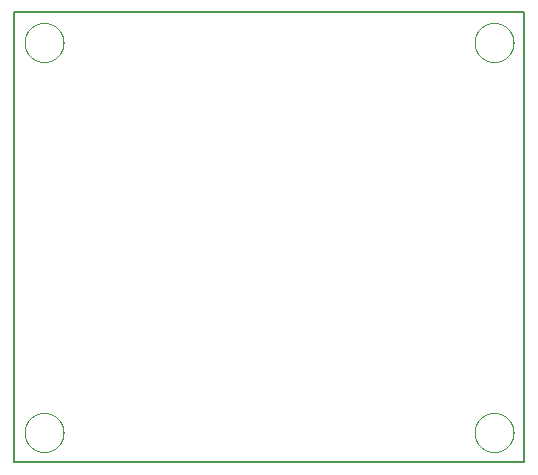
<source format=gbp>
G75*
%MOIN*%
%OFA0B0*%
%FSLAX25Y25*%
%IPPOS*%
%LPD*%
%AMOC8*
5,1,8,0,0,1.08239X$1,22.5*
%
%ADD10C,0.00800*%
%ADD11C,0.00000*%
D10*
X0017370Y0015949D02*
X0017370Y0165949D01*
X0187370Y0165949D01*
X0187370Y0015949D01*
X0017370Y0015949D01*
D11*
X0020870Y0025949D02*
X0020872Y0026110D01*
X0020878Y0026270D01*
X0020888Y0026431D01*
X0020902Y0026591D01*
X0020920Y0026751D01*
X0020941Y0026910D01*
X0020967Y0027069D01*
X0020997Y0027227D01*
X0021030Y0027384D01*
X0021068Y0027541D01*
X0021109Y0027696D01*
X0021154Y0027850D01*
X0021203Y0028003D01*
X0021256Y0028155D01*
X0021312Y0028306D01*
X0021373Y0028455D01*
X0021436Y0028603D01*
X0021504Y0028749D01*
X0021575Y0028893D01*
X0021649Y0029035D01*
X0021727Y0029176D01*
X0021809Y0029314D01*
X0021894Y0029451D01*
X0021982Y0029585D01*
X0022074Y0029717D01*
X0022169Y0029847D01*
X0022267Y0029975D01*
X0022368Y0030100D01*
X0022472Y0030222D01*
X0022579Y0030342D01*
X0022689Y0030459D01*
X0022802Y0030574D01*
X0022918Y0030685D01*
X0023037Y0030794D01*
X0023158Y0030899D01*
X0023282Y0031002D01*
X0023408Y0031102D01*
X0023536Y0031198D01*
X0023667Y0031291D01*
X0023801Y0031381D01*
X0023936Y0031468D01*
X0024074Y0031551D01*
X0024213Y0031631D01*
X0024355Y0031707D01*
X0024498Y0031780D01*
X0024643Y0031849D01*
X0024790Y0031915D01*
X0024938Y0031977D01*
X0025088Y0032035D01*
X0025239Y0032090D01*
X0025392Y0032141D01*
X0025546Y0032188D01*
X0025701Y0032231D01*
X0025857Y0032270D01*
X0026013Y0032306D01*
X0026171Y0032337D01*
X0026329Y0032365D01*
X0026488Y0032389D01*
X0026648Y0032409D01*
X0026808Y0032425D01*
X0026968Y0032437D01*
X0027129Y0032445D01*
X0027290Y0032449D01*
X0027450Y0032449D01*
X0027611Y0032445D01*
X0027772Y0032437D01*
X0027932Y0032425D01*
X0028092Y0032409D01*
X0028252Y0032389D01*
X0028411Y0032365D01*
X0028569Y0032337D01*
X0028727Y0032306D01*
X0028883Y0032270D01*
X0029039Y0032231D01*
X0029194Y0032188D01*
X0029348Y0032141D01*
X0029501Y0032090D01*
X0029652Y0032035D01*
X0029802Y0031977D01*
X0029950Y0031915D01*
X0030097Y0031849D01*
X0030242Y0031780D01*
X0030385Y0031707D01*
X0030527Y0031631D01*
X0030666Y0031551D01*
X0030804Y0031468D01*
X0030939Y0031381D01*
X0031073Y0031291D01*
X0031204Y0031198D01*
X0031332Y0031102D01*
X0031458Y0031002D01*
X0031582Y0030899D01*
X0031703Y0030794D01*
X0031822Y0030685D01*
X0031938Y0030574D01*
X0032051Y0030459D01*
X0032161Y0030342D01*
X0032268Y0030222D01*
X0032372Y0030100D01*
X0032473Y0029975D01*
X0032571Y0029847D01*
X0032666Y0029717D01*
X0032758Y0029585D01*
X0032846Y0029451D01*
X0032931Y0029314D01*
X0033013Y0029176D01*
X0033091Y0029035D01*
X0033165Y0028893D01*
X0033236Y0028749D01*
X0033304Y0028603D01*
X0033367Y0028455D01*
X0033428Y0028306D01*
X0033484Y0028155D01*
X0033537Y0028003D01*
X0033586Y0027850D01*
X0033631Y0027696D01*
X0033672Y0027541D01*
X0033710Y0027384D01*
X0033743Y0027227D01*
X0033773Y0027069D01*
X0033799Y0026910D01*
X0033820Y0026751D01*
X0033838Y0026591D01*
X0033852Y0026431D01*
X0033862Y0026270D01*
X0033868Y0026110D01*
X0033870Y0025949D01*
X0033868Y0025788D01*
X0033862Y0025628D01*
X0033852Y0025467D01*
X0033838Y0025307D01*
X0033820Y0025147D01*
X0033799Y0024988D01*
X0033773Y0024829D01*
X0033743Y0024671D01*
X0033710Y0024514D01*
X0033672Y0024357D01*
X0033631Y0024202D01*
X0033586Y0024048D01*
X0033537Y0023895D01*
X0033484Y0023743D01*
X0033428Y0023592D01*
X0033367Y0023443D01*
X0033304Y0023295D01*
X0033236Y0023149D01*
X0033165Y0023005D01*
X0033091Y0022863D01*
X0033013Y0022722D01*
X0032931Y0022584D01*
X0032846Y0022447D01*
X0032758Y0022313D01*
X0032666Y0022181D01*
X0032571Y0022051D01*
X0032473Y0021923D01*
X0032372Y0021798D01*
X0032268Y0021676D01*
X0032161Y0021556D01*
X0032051Y0021439D01*
X0031938Y0021324D01*
X0031822Y0021213D01*
X0031703Y0021104D01*
X0031582Y0020999D01*
X0031458Y0020896D01*
X0031332Y0020796D01*
X0031204Y0020700D01*
X0031073Y0020607D01*
X0030939Y0020517D01*
X0030804Y0020430D01*
X0030666Y0020347D01*
X0030527Y0020267D01*
X0030385Y0020191D01*
X0030242Y0020118D01*
X0030097Y0020049D01*
X0029950Y0019983D01*
X0029802Y0019921D01*
X0029652Y0019863D01*
X0029501Y0019808D01*
X0029348Y0019757D01*
X0029194Y0019710D01*
X0029039Y0019667D01*
X0028883Y0019628D01*
X0028727Y0019592D01*
X0028569Y0019561D01*
X0028411Y0019533D01*
X0028252Y0019509D01*
X0028092Y0019489D01*
X0027932Y0019473D01*
X0027772Y0019461D01*
X0027611Y0019453D01*
X0027450Y0019449D01*
X0027290Y0019449D01*
X0027129Y0019453D01*
X0026968Y0019461D01*
X0026808Y0019473D01*
X0026648Y0019489D01*
X0026488Y0019509D01*
X0026329Y0019533D01*
X0026171Y0019561D01*
X0026013Y0019592D01*
X0025857Y0019628D01*
X0025701Y0019667D01*
X0025546Y0019710D01*
X0025392Y0019757D01*
X0025239Y0019808D01*
X0025088Y0019863D01*
X0024938Y0019921D01*
X0024790Y0019983D01*
X0024643Y0020049D01*
X0024498Y0020118D01*
X0024355Y0020191D01*
X0024213Y0020267D01*
X0024074Y0020347D01*
X0023936Y0020430D01*
X0023801Y0020517D01*
X0023667Y0020607D01*
X0023536Y0020700D01*
X0023408Y0020796D01*
X0023282Y0020896D01*
X0023158Y0020999D01*
X0023037Y0021104D01*
X0022918Y0021213D01*
X0022802Y0021324D01*
X0022689Y0021439D01*
X0022579Y0021556D01*
X0022472Y0021676D01*
X0022368Y0021798D01*
X0022267Y0021923D01*
X0022169Y0022051D01*
X0022074Y0022181D01*
X0021982Y0022313D01*
X0021894Y0022447D01*
X0021809Y0022584D01*
X0021727Y0022722D01*
X0021649Y0022863D01*
X0021575Y0023005D01*
X0021504Y0023149D01*
X0021436Y0023295D01*
X0021373Y0023443D01*
X0021312Y0023592D01*
X0021256Y0023743D01*
X0021203Y0023895D01*
X0021154Y0024048D01*
X0021109Y0024202D01*
X0021068Y0024357D01*
X0021030Y0024514D01*
X0020997Y0024671D01*
X0020967Y0024829D01*
X0020941Y0024988D01*
X0020920Y0025147D01*
X0020902Y0025307D01*
X0020888Y0025467D01*
X0020878Y0025628D01*
X0020872Y0025788D01*
X0020870Y0025949D01*
X0020870Y0155949D02*
X0020872Y0156110D01*
X0020878Y0156270D01*
X0020888Y0156431D01*
X0020902Y0156591D01*
X0020920Y0156751D01*
X0020941Y0156910D01*
X0020967Y0157069D01*
X0020997Y0157227D01*
X0021030Y0157384D01*
X0021068Y0157541D01*
X0021109Y0157696D01*
X0021154Y0157850D01*
X0021203Y0158003D01*
X0021256Y0158155D01*
X0021312Y0158306D01*
X0021373Y0158455D01*
X0021436Y0158603D01*
X0021504Y0158749D01*
X0021575Y0158893D01*
X0021649Y0159035D01*
X0021727Y0159176D01*
X0021809Y0159314D01*
X0021894Y0159451D01*
X0021982Y0159585D01*
X0022074Y0159717D01*
X0022169Y0159847D01*
X0022267Y0159975D01*
X0022368Y0160100D01*
X0022472Y0160222D01*
X0022579Y0160342D01*
X0022689Y0160459D01*
X0022802Y0160574D01*
X0022918Y0160685D01*
X0023037Y0160794D01*
X0023158Y0160899D01*
X0023282Y0161002D01*
X0023408Y0161102D01*
X0023536Y0161198D01*
X0023667Y0161291D01*
X0023801Y0161381D01*
X0023936Y0161468D01*
X0024074Y0161551D01*
X0024213Y0161631D01*
X0024355Y0161707D01*
X0024498Y0161780D01*
X0024643Y0161849D01*
X0024790Y0161915D01*
X0024938Y0161977D01*
X0025088Y0162035D01*
X0025239Y0162090D01*
X0025392Y0162141D01*
X0025546Y0162188D01*
X0025701Y0162231D01*
X0025857Y0162270D01*
X0026013Y0162306D01*
X0026171Y0162337D01*
X0026329Y0162365D01*
X0026488Y0162389D01*
X0026648Y0162409D01*
X0026808Y0162425D01*
X0026968Y0162437D01*
X0027129Y0162445D01*
X0027290Y0162449D01*
X0027450Y0162449D01*
X0027611Y0162445D01*
X0027772Y0162437D01*
X0027932Y0162425D01*
X0028092Y0162409D01*
X0028252Y0162389D01*
X0028411Y0162365D01*
X0028569Y0162337D01*
X0028727Y0162306D01*
X0028883Y0162270D01*
X0029039Y0162231D01*
X0029194Y0162188D01*
X0029348Y0162141D01*
X0029501Y0162090D01*
X0029652Y0162035D01*
X0029802Y0161977D01*
X0029950Y0161915D01*
X0030097Y0161849D01*
X0030242Y0161780D01*
X0030385Y0161707D01*
X0030527Y0161631D01*
X0030666Y0161551D01*
X0030804Y0161468D01*
X0030939Y0161381D01*
X0031073Y0161291D01*
X0031204Y0161198D01*
X0031332Y0161102D01*
X0031458Y0161002D01*
X0031582Y0160899D01*
X0031703Y0160794D01*
X0031822Y0160685D01*
X0031938Y0160574D01*
X0032051Y0160459D01*
X0032161Y0160342D01*
X0032268Y0160222D01*
X0032372Y0160100D01*
X0032473Y0159975D01*
X0032571Y0159847D01*
X0032666Y0159717D01*
X0032758Y0159585D01*
X0032846Y0159451D01*
X0032931Y0159314D01*
X0033013Y0159176D01*
X0033091Y0159035D01*
X0033165Y0158893D01*
X0033236Y0158749D01*
X0033304Y0158603D01*
X0033367Y0158455D01*
X0033428Y0158306D01*
X0033484Y0158155D01*
X0033537Y0158003D01*
X0033586Y0157850D01*
X0033631Y0157696D01*
X0033672Y0157541D01*
X0033710Y0157384D01*
X0033743Y0157227D01*
X0033773Y0157069D01*
X0033799Y0156910D01*
X0033820Y0156751D01*
X0033838Y0156591D01*
X0033852Y0156431D01*
X0033862Y0156270D01*
X0033868Y0156110D01*
X0033870Y0155949D01*
X0033868Y0155788D01*
X0033862Y0155628D01*
X0033852Y0155467D01*
X0033838Y0155307D01*
X0033820Y0155147D01*
X0033799Y0154988D01*
X0033773Y0154829D01*
X0033743Y0154671D01*
X0033710Y0154514D01*
X0033672Y0154357D01*
X0033631Y0154202D01*
X0033586Y0154048D01*
X0033537Y0153895D01*
X0033484Y0153743D01*
X0033428Y0153592D01*
X0033367Y0153443D01*
X0033304Y0153295D01*
X0033236Y0153149D01*
X0033165Y0153005D01*
X0033091Y0152863D01*
X0033013Y0152722D01*
X0032931Y0152584D01*
X0032846Y0152447D01*
X0032758Y0152313D01*
X0032666Y0152181D01*
X0032571Y0152051D01*
X0032473Y0151923D01*
X0032372Y0151798D01*
X0032268Y0151676D01*
X0032161Y0151556D01*
X0032051Y0151439D01*
X0031938Y0151324D01*
X0031822Y0151213D01*
X0031703Y0151104D01*
X0031582Y0150999D01*
X0031458Y0150896D01*
X0031332Y0150796D01*
X0031204Y0150700D01*
X0031073Y0150607D01*
X0030939Y0150517D01*
X0030804Y0150430D01*
X0030666Y0150347D01*
X0030527Y0150267D01*
X0030385Y0150191D01*
X0030242Y0150118D01*
X0030097Y0150049D01*
X0029950Y0149983D01*
X0029802Y0149921D01*
X0029652Y0149863D01*
X0029501Y0149808D01*
X0029348Y0149757D01*
X0029194Y0149710D01*
X0029039Y0149667D01*
X0028883Y0149628D01*
X0028727Y0149592D01*
X0028569Y0149561D01*
X0028411Y0149533D01*
X0028252Y0149509D01*
X0028092Y0149489D01*
X0027932Y0149473D01*
X0027772Y0149461D01*
X0027611Y0149453D01*
X0027450Y0149449D01*
X0027290Y0149449D01*
X0027129Y0149453D01*
X0026968Y0149461D01*
X0026808Y0149473D01*
X0026648Y0149489D01*
X0026488Y0149509D01*
X0026329Y0149533D01*
X0026171Y0149561D01*
X0026013Y0149592D01*
X0025857Y0149628D01*
X0025701Y0149667D01*
X0025546Y0149710D01*
X0025392Y0149757D01*
X0025239Y0149808D01*
X0025088Y0149863D01*
X0024938Y0149921D01*
X0024790Y0149983D01*
X0024643Y0150049D01*
X0024498Y0150118D01*
X0024355Y0150191D01*
X0024213Y0150267D01*
X0024074Y0150347D01*
X0023936Y0150430D01*
X0023801Y0150517D01*
X0023667Y0150607D01*
X0023536Y0150700D01*
X0023408Y0150796D01*
X0023282Y0150896D01*
X0023158Y0150999D01*
X0023037Y0151104D01*
X0022918Y0151213D01*
X0022802Y0151324D01*
X0022689Y0151439D01*
X0022579Y0151556D01*
X0022472Y0151676D01*
X0022368Y0151798D01*
X0022267Y0151923D01*
X0022169Y0152051D01*
X0022074Y0152181D01*
X0021982Y0152313D01*
X0021894Y0152447D01*
X0021809Y0152584D01*
X0021727Y0152722D01*
X0021649Y0152863D01*
X0021575Y0153005D01*
X0021504Y0153149D01*
X0021436Y0153295D01*
X0021373Y0153443D01*
X0021312Y0153592D01*
X0021256Y0153743D01*
X0021203Y0153895D01*
X0021154Y0154048D01*
X0021109Y0154202D01*
X0021068Y0154357D01*
X0021030Y0154514D01*
X0020997Y0154671D01*
X0020967Y0154829D01*
X0020941Y0154988D01*
X0020920Y0155147D01*
X0020902Y0155307D01*
X0020888Y0155467D01*
X0020878Y0155628D01*
X0020872Y0155788D01*
X0020870Y0155949D01*
X0170870Y0155949D02*
X0170872Y0156110D01*
X0170878Y0156270D01*
X0170888Y0156431D01*
X0170902Y0156591D01*
X0170920Y0156751D01*
X0170941Y0156910D01*
X0170967Y0157069D01*
X0170997Y0157227D01*
X0171030Y0157384D01*
X0171068Y0157541D01*
X0171109Y0157696D01*
X0171154Y0157850D01*
X0171203Y0158003D01*
X0171256Y0158155D01*
X0171312Y0158306D01*
X0171373Y0158455D01*
X0171436Y0158603D01*
X0171504Y0158749D01*
X0171575Y0158893D01*
X0171649Y0159035D01*
X0171727Y0159176D01*
X0171809Y0159314D01*
X0171894Y0159451D01*
X0171982Y0159585D01*
X0172074Y0159717D01*
X0172169Y0159847D01*
X0172267Y0159975D01*
X0172368Y0160100D01*
X0172472Y0160222D01*
X0172579Y0160342D01*
X0172689Y0160459D01*
X0172802Y0160574D01*
X0172918Y0160685D01*
X0173037Y0160794D01*
X0173158Y0160899D01*
X0173282Y0161002D01*
X0173408Y0161102D01*
X0173536Y0161198D01*
X0173667Y0161291D01*
X0173801Y0161381D01*
X0173936Y0161468D01*
X0174074Y0161551D01*
X0174213Y0161631D01*
X0174355Y0161707D01*
X0174498Y0161780D01*
X0174643Y0161849D01*
X0174790Y0161915D01*
X0174938Y0161977D01*
X0175088Y0162035D01*
X0175239Y0162090D01*
X0175392Y0162141D01*
X0175546Y0162188D01*
X0175701Y0162231D01*
X0175857Y0162270D01*
X0176013Y0162306D01*
X0176171Y0162337D01*
X0176329Y0162365D01*
X0176488Y0162389D01*
X0176648Y0162409D01*
X0176808Y0162425D01*
X0176968Y0162437D01*
X0177129Y0162445D01*
X0177290Y0162449D01*
X0177450Y0162449D01*
X0177611Y0162445D01*
X0177772Y0162437D01*
X0177932Y0162425D01*
X0178092Y0162409D01*
X0178252Y0162389D01*
X0178411Y0162365D01*
X0178569Y0162337D01*
X0178727Y0162306D01*
X0178883Y0162270D01*
X0179039Y0162231D01*
X0179194Y0162188D01*
X0179348Y0162141D01*
X0179501Y0162090D01*
X0179652Y0162035D01*
X0179802Y0161977D01*
X0179950Y0161915D01*
X0180097Y0161849D01*
X0180242Y0161780D01*
X0180385Y0161707D01*
X0180527Y0161631D01*
X0180666Y0161551D01*
X0180804Y0161468D01*
X0180939Y0161381D01*
X0181073Y0161291D01*
X0181204Y0161198D01*
X0181332Y0161102D01*
X0181458Y0161002D01*
X0181582Y0160899D01*
X0181703Y0160794D01*
X0181822Y0160685D01*
X0181938Y0160574D01*
X0182051Y0160459D01*
X0182161Y0160342D01*
X0182268Y0160222D01*
X0182372Y0160100D01*
X0182473Y0159975D01*
X0182571Y0159847D01*
X0182666Y0159717D01*
X0182758Y0159585D01*
X0182846Y0159451D01*
X0182931Y0159314D01*
X0183013Y0159176D01*
X0183091Y0159035D01*
X0183165Y0158893D01*
X0183236Y0158749D01*
X0183304Y0158603D01*
X0183367Y0158455D01*
X0183428Y0158306D01*
X0183484Y0158155D01*
X0183537Y0158003D01*
X0183586Y0157850D01*
X0183631Y0157696D01*
X0183672Y0157541D01*
X0183710Y0157384D01*
X0183743Y0157227D01*
X0183773Y0157069D01*
X0183799Y0156910D01*
X0183820Y0156751D01*
X0183838Y0156591D01*
X0183852Y0156431D01*
X0183862Y0156270D01*
X0183868Y0156110D01*
X0183870Y0155949D01*
X0183868Y0155788D01*
X0183862Y0155628D01*
X0183852Y0155467D01*
X0183838Y0155307D01*
X0183820Y0155147D01*
X0183799Y0154988D01*
X0183773Y0154829D01*
X0183743Y0154671D01*
X0183710Y0154514D01*
X0183672Y0154357D01*
X0183631Y0154202D01*
X0183586Y0154048D01*
X0183537Y0153895D01*
X0183484Y0153743D01*
X0183428Y0153592D01*
X0183367Y0153443D01*
X0183304Y0153295D01*
X0183236Y0153149D01*
X0183165Y0153005D01*
X0183091Y0152863D01*
X0183013Y0152722D01*
X0182931Y0152584D01*
X0182846Y0152447D01*
X0182758Y0152313D01*
X0182666Y0152181D01*
X0182571Y0152051D01*
X0182473Y0151923D01*
X0182372Y0151798D01*
X0182268Y0151676D01*
X0182161Y0151556D01*
X0182051Y0151439D01*
X0181938Y0151324D01*
X0181822Y0151213D01*
X0181703Y0151104D01*
X0181582Y0150999D01*
X0181458Y0150896D01*
X0181332Y0150796D01*
X0181204Y0150700D01*
X0181073Y0150607D01*
X0180939Y0150517D01*
X0180804Y0150430D01*
X0180666Y0150347D01*
X0180527Y0150267D01*
X0180385Y0150191D01*
X0180242Y0150118D01*
X0180097Y0150049D01*
X0179950Y0149983D01*
X0179802Y0149921D01*
X0179652Y0149863D01*
X0179501Y0149808D01*
X0179348Y0149757D01*
X0179194Y0149710D01*
X0179039Y0149667D01*
X0178883Y0149628D01*
X0178727Y0149592D01*
X0178569Y0149561D01*
X0178411Y0149533D01*
X0178252Y0149509D01*
X0178092Y0149489D01*
X0177932Y0149473D01*
X0177772Y0149461D01*
X0177611Y0149453D01*
X0177450Y0149449D01*
X0177290Y0149449D01*
X0177129Y0149453D01*
X0176968Y0149461D01*
X0176808Y0149473D01*
X0176648Y0149489D01*
X0176488Y0149509D01*
X0176329Y0149533D01*
X0176171Y0149561D01*
X0176013Y0149592D01*
X0175857Y0149628D01*
X0175701Y0149667D01*
X0175546Y0149710D01*
X0175392Y0149757D01*
X0175239Y0149808D01*
X0175088Y0149863D01*
X0174938Y0149921D01*
X0174790Y0149983D01*
X0174643Y0150049D01*
X0174498Y0150118D01*
X0174355Y0150191D01*
X0174213Y0150267D01*
X0174074Y0150347D01*
X0173936Y0150430D01*
X0173801Y0150517D01*
X0173667Y0150607D01*
X0173536Y0150700D01*
X0173408Y0150796D01*
X0173282Y0150896D01*
X0173158Y0150999D01*
X0173037Y0151104D01*
X0172918Y0151213D01*
X0172802Y0151324D01*
X0172689Y0151439D01*
X0172579Y0151556D01*
X0172472Y0151676D01*
X0172368Y0151798D01*
X0172267Y0151923D01*
X0172169Y0152051D01*
X0172074Y0152181D01*
X0171982Y0152313D01*
X0171894Y0152447D01*
X0171809Y0152584D01*
X0171727Y0152722D01*
X0171649Y0152863D01*
X0171575Y0153005D01*
X0171504Y0153149D01*
X0171436Y0153295D01*
X0171373Y0153443D01*
X0171312Y0153592D01*
X0171256Y0153743D01*
X0171203Y0153895D01*
X0171154Y0154048D01*
X0171109Y0154202D01*
X0171068Y0154357D01*
X0171030Y0154514D01*
X0170997Y0154671D01*
X0170967Y0154829D01*
X0170941Y0154988D01*
X0170920Y0155147D01*
X0170902Y0155307D01*
X0170888Y0155467D01*
X0170878Y0155628D01*
X0170872Y0155788D01*
X0170870Y0155949D01*
X0170870Y0025949D02*
X0170872Y0026110D01*
X0170878Y0026270D01*
X0170888Y0026431D01*
X0170902Y0026591D01*
X0170920Y0026751D01*
X0170941Y0026910D01*
X0170967Y0027069D01*
X0170997Y0027227D01*
X0171030Y0027384D01*
X0171068Y0027541D01*
X0171109Y0027696D01*
X0171154Y0027850D01*
X0171203Y0028003D01*
X0171256Y0028155D01*
X0171312Y0028306D01*
X0171373Y0028455D01*
X0171436Y0028603D01*
X0171504Y0028749D01*
X0171575Y0028893D01*
X0171649Y0029035D01*
X0171727Y0029176D01*
X0171809Y0029314D01*
X0171894Y0029451D01*
X0171982Y0029585D01*
X0172074Y0029717D01*
X0172169Y0029847D01*
X0172267Y0029975D01*
X0172368Y0030100D01*
X0172472Y0030222D01*
X0172579Y0030342D01*
X0172689Y0030459D01*
X0172802Y0030574D01*
X0172918Y0030685D01*
X0173037Y0030794D01*
X0173158Y0030899D01*
X0173282Y0031002D01*
X0173408Y0031102D01*
X0173536Y0031198D01*
X0173667Y0031291D01*
X0173801Y0031381D01*
X0173936Y0031468D01*
X0174074Y0031551D01*
X0174213Y0031631D01*
X0174355Y0031707D01*
X0174498Y0031780D01*
X0174643Y0031849D01*
X0174790Y0031915D01*
X0174938Y0031977D01*
X0175088Y0032035D01*
X0175239Y0032090D01*
X0175392Y0032141D01*
X0175546Y0032188D01*
X0175701Y0032231D01*
X0175857Y0032270D01*
X0176013Y0032306D01*
X0176171Y0032337D01*
X0176329Y0032365D01*
X0176488Y0032389D01*
X0176648Y0032409D01*
X0176808Y0032425D01*
X0176968Y0032437D01*
X0177129Y0032445D01*
X0177290Y0032449D01*
X0177450Y0032449D01*
X0177611Y0032445D01*
X0177772Y0032437D01*
X0177932Y0032425D01*
X0178092Y0032409D01*
X0178252Y0032389D01*
X0178411Y0032365D01*
X0178569Y0032337D01*
X0178727Y0032306D01*
X0178883Y0032270D01*
X0179039Y0032231D01*
X0179194Y0032188D01*
X0179348Y0032141D01*
X0179501Y0032090D01*
X0179652Y0032035D01*
X0179802Y0031977D01*
X0179950Y0031915D01*
X0180097Y0031849D01*
X0180242Y0031780D01*
X0180385Y0031707D01*
X0180527Y0031631D01*
X0180666Y0031551D01*
X0180804Y0031468D01*
X0180939Y0031381D01*
X0181073Y0031291D01*
X0181204Y0031198D01*
X0181332Y0031102D01*
X0181458Y0031002D01*
X0181582Y0030899D01*
X0181703Y0030794D01*
X0181822Y0030685D01*
X0181938Y0030574D01*
X0182051Y0030459D01*
X0182161Y0030342D01*
X0182268Y0030222D01*
X0182372Y0030100D01*
X0182473Y0029975D01*
X0182571Y0029847D01*
X0182666Y0029717D01*
X0182758Y0029585D01*
X0182846Y0029451D01*
X0182931Y0029314D01*
X0183013Y0029176D01*
X0183091Y0029035D01*
X0183165Y0028893D01*
X0183236Y0028749D01*
X0183304Y0028603D01*
X0183367Y0028455D01*
X0183428Y0028306D01*
X0183484Y0028155D01*
X0183537Y0028003D01*
X0183586Y0027850D01*
X0183631Y0027696D01*
X0183672Y0027541D01*
X0183710Y0027384D01*
X0183743Y0027227D01*
X0183773Y0027069D01*
X0183799Y0026910D01*
X0183820Y0026751D01*
X0183838Y0026591D01*
X0183852Y0026431D01*
X0183862Y0026270D01*
X0183868Y0026110D01*
X0183870Y0025949D01*
X0183868Y0025788D01*
X0183862Y0025628D01*
X0183852Y0025467D01*
X0183838Y0025307D01*
X0183820Y0025147D01*
X0183799Y0024988D01*
X0183773Y0024829D01*
X0183743Y0024671D01*
X0183710Y0024514D01*
X0183672Y0024357D01*
X0183631Y0024202D01*
X0183586Y0024048D01*
X0183537Y0023895D01*
X0183484Y0023743D01*
X0183428Y0023592D01*
X0183367Y0023443D01*
X0183304Y0023295D01*
X0183236Y0023149D01*
X0183165Y0023005D01*
X0183091Y0022863D01*
X0183013Y0022722D01*
X0182931Y0022584D01*
X0182846Y0022447D01*
X0182758Y0022313D01*
X0182666Y0022181D01*
X0182571Y0022051D01*
X0182473Y0021923D01*
X0182372Y0021798D01*
X0182268Y0021676D01*
X0182161Y0021556D01*
X0182051Y0021439D01*
X0181938Y0021324D01*
X0181822Y0021213D01*
X0181703Y0021104D01*
X0181582Y0020999D01*
X0181458Y0020896D01*
X0181332Y0020796D01*
X0181204Y0020700D01*
X0181073Y0020607D01*
X0180939Y0020517D01*
X0180804Y0020430D01*
X0180666Y0020347D01*
X0180527Y0020267D01*
X0180385Y0020191D01*
X0180242Y0020118D01*
X0180097Y0020049D01*
X0179950Y0019983D01*
X0179802Y0019921D01*
X0179652Y0019863D01*
X0179501Y0019808D01*
X0179348Y0019757D01*
X0179194Y0019710D01*
X0179039Y0019667D01*
X0178883Y0019628D01*
X0178727Y0019592D01*
X0178569Y0019561D01*
X0178411Y0019533D01*
X0178252Y0019509D01*
X0178092Y0019489D01*
X0177932Y0019473D01*
X0177772Y0019461D01*
X0177611Y0019453D01*
X0177450Y0019449D01*
X0177290Y0019449D01*
X0177129Y0019453D01*
X0176968Y0019461D01*
X0176808Y0019473D01*
X0176648Y0019489D01*
X0176488Y0019509D01*
X0176329Y0019533D01*
X0176171Y0019561D01*
X0176013Y0019592D01*
X0175857Y0019628D01*
X0175701Y0019667D01*
X0175546Y0019710D01*
X0175392Y0019757D01*
X0175239Y0019808D01*
X0175088Y0019863D01*
X0174938Y0019921D01*
X0174790Y0019983D01*
X0174643Y0020049D01*
X0174498Y0020118D01*
X0174355Y0020191D01*
X0174213Y0020267D01*
X0174074Y0020347D01*
X0173936Y0020430D01*
X0173801Y0020517D01*
X0173667Y0020607D01*
X0173536Y0020700D01*
X0173408Y0020796D01*
X0173282Y0020896D01*
X0173158Y0020999D01*
X0173037Y0021104D01*
X0172918Y0021213D01*
X0172802Y0021324D01*
X0172689Y0021439D01*
X0172579Y0021556D01*
X0172472Y0021676D01*
X0172368Y0021798D01*
X0172267Y0021923D01*
X0172169Y0022051D01*
X0172074Y0022181D01*
X0171982Y0022313D01*
X0171894Y0022447D01*
X0171809Y0022584D01*
X0171727Y0022722D01*
X0171649Y0022863D01*
X0171575Y0023005D01*
X0171504Y0023149D01*
X0171436Y0023295D01*
X0171373Y0023443D01*
X0171312Y0023592D01*
X0171256Y0023743D01*
X0171203Y0023895D01*
X0171154Y0024048D01*
X0171109Y0024202D01*
X0171068Y0024357D01*
X0171030Y0024514D01*
X0170997Y0024671D01*
X0170967Y0024829D01*
X0170941Y0024988D01*
X0170920Y0025147D01*
X0170902Y0025307D01*
X0170888Y0025467D01*
X0170878Y0025628D01*
X0170872Y0025788D01*
X0170870Y0025949D01*
M02*

</source>
